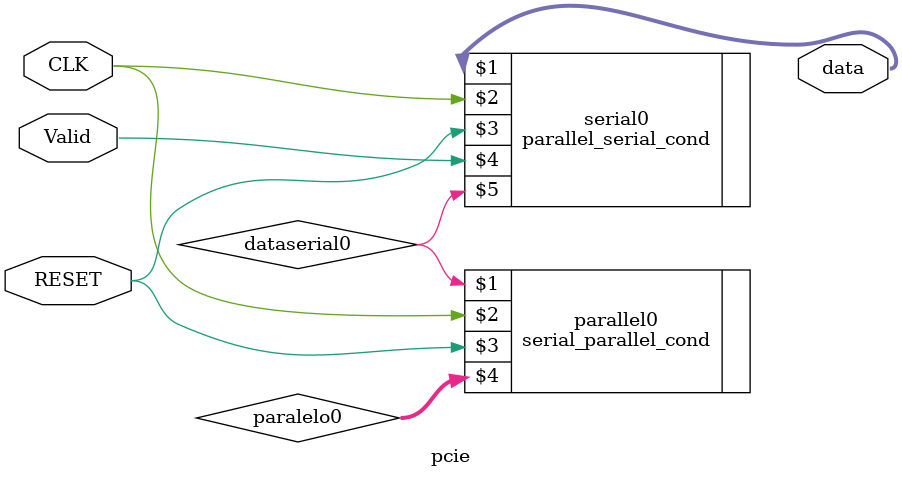
<source format=v>

`include "../parallel_to_serial/parallel_serial.v"
`include "../serial_to_parallel/serial_parallel.v"

module pcie(
		input RESET,
		input CLK,
		input Valid,
		output [7:0] data
		);

	// Wires de conexion
	wire CLK;
	wire VALID;
	wire [7:0] data0;
	wire [7:0] paralelo0;

	// Paralelo a Serial TX (4 lineas, 4 modulos)
	parallel_serial_cond serial0 (data, CLK, RESET, Valid, dataserial0);
	// Serial a Paralelo RX (4 lineas, 4 modulos)
	serial_parallel_cond parallel0 (dataserial0, CLK, RESET, paralelo0);
	
	
endmodule

</source>
